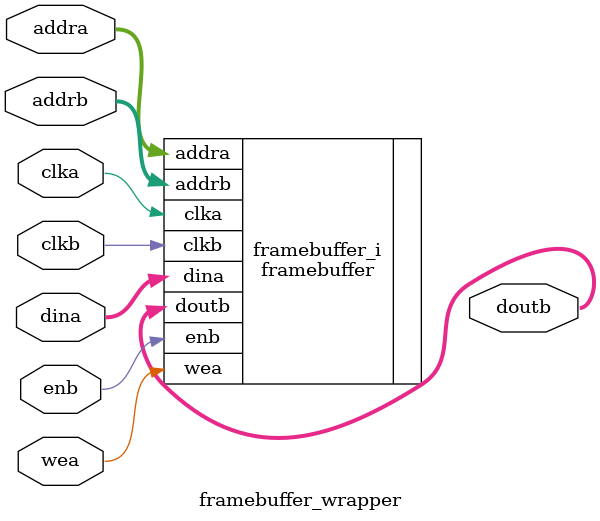
<source format=v>
`timescale 1 ps / 1 ps

module framebuffer_wrapper
   (addra,
    addrb,
    clka,
    clkb,
    dina,
    doutb,
    enb,
    wea);
  input [18:0]addra;
  input [18:0]addrb;
  input clka;
  input clkb;
  input [7:0]dina;
  output [7:0]doutb;
  input enb;
  input [0:0]wea;

  wire [18:0]addra;
  wire [18:0]addrb;
  wire clka;
  wire clkb;
  wire [7:0]dina;
  wire [7:0]doutb;
  wire enb;
  wire [0:0]wea;

  framebuffer framebuffer_i
       (.addra(addra),
        .addrb(addrb),
        .clka(clka),
        .clkb(clkb),
        .dina(dina),
        .doutb(doutb),
        .enb(enb),
        .wea(wea));
endmodule

</source>
